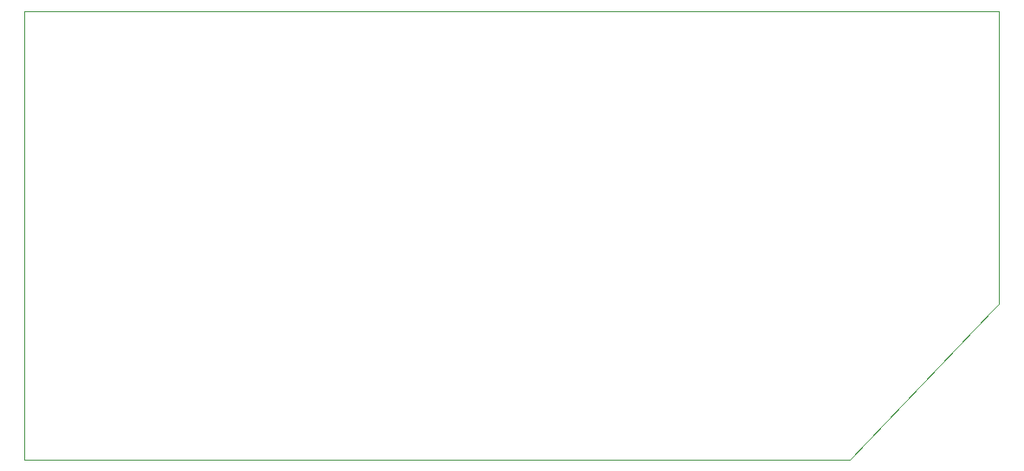
<source format=gbr>
%TF.GenerationSoftware,KiCad,Pcbnew,(5.1.9)-1*%
%TF.CreationDate,2021-04-06T22:00:47-07:00*%
%TF.ProjectId,head,68656164-2e6b-4696-9361-645f70636258,rev?*%
%TF.SameCoordinates,Original*%
%TF.FileFunction,Profile,NP*%
%FSLAX46Y46*%
G04 Gerber Fmt 4.6, Leading zero omitted, Abs format (unit mm)*
G04 Created by KiCad (PCBNEW (5.1.9)-1) date 2021-04-06 22:00:47*
%MOMM*%
%LPD*%
G01*
G04 APERTURE LIST*
%TA.AperFunction,Profile*%
%ADD10C,0.050000*%
%TD*%
G04 APERTURE END LIST*
D10*
X56515000Y-121285000D02*
X56515000Y-165100000D01*
X86995000Y-121285000D02*
X56515000Y-121285000D01*
X88265000Y-121285000D02*
X86995000Y-121285000D01*
X151765000Y-121285000D02*
X88265000Y-121285000D01*
X151765000Y-149860000D02*
X151765000Y-121285000D01*
X151130000Y-150495000D02*
X151765000Y-149860000D01*
X137160000Y-165100000D02*
X151130000Y-150495000D01*
X132080000Y-165100000D02*
X137160000Y-165100000D01*
X56515000Y-165100000D02*
X132080000Y-165100000D01*
M02*

</source>
